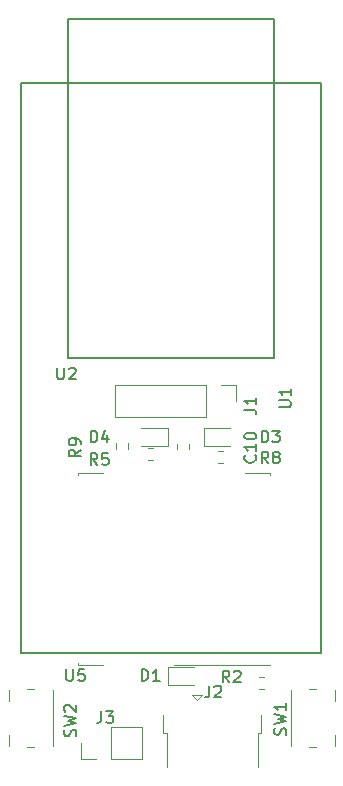
<source format=gto>
G04 #@! TF.GenerationSoftware,KiCad,Pcbnew,5.0.0-rc1-44a33f2~62~ubuntu16.04.1*
G04 #@! TF.CreationDate,2018-04-24T12:49:53+03:00*
G04 #@! TF.ProjectId,nrf52board,6E72663532626F6172642E6B69636164,rev?*
G04 #@! TF.SameCoordinates,Original*
G04 #@! TF.FileFunction,Legend,Top*
G04 #@! TF.FilePolarity,Positive*
%FSLAX46Y46*%
G04 Gerber Fmt 4.6, Leading zero omitted, Abs format (unit mm)*
G04 Created by KiCad (PCBNEW 5.0.0-rc1-44a33f2~62~ubuntu16.04.1) date Tue Apr 24 12:49:53 2018*
%MOMM*%
%LPD*%
G01*
G04 APERTURE LIST*
%ADD10C,0.150000*%
%ADD11C,0.120000*%
%ADD12C,0.100000*%
G04 APERTURE END LIST*
D10*
X58250000Y-53340000D02*
X83650000Y-53340000D01*
X83650000Y-53340000D02*
X83650000Y-101600000D01*
X83650000Y-101600000D02*
X58250000Y-101600000D01*
X58250000Y-101600000D02*
X58250000Y-53340000D01*
X62176000Y-76630000D02*
X62176000Y-47930000D01*
X79676000Y-76630000D02*
X62176000Y-76630000D01*
X79676000Y-47930000D02*
X79676000Y-76630000D01*
X62176000Y-47930000D02*
X79676000Y-47930000D01*
D11*
X71456000Y-84294000D02*
X71456000Y-83854000D01*
X72476000Y-84294000D02*
X72476000Y-83854000D01*
X72907000Y-102745000D02*
X70637000Y-102745000D01*
X70637000Y-102745000D02*
X70637000Y-104265000D01*
X70637000Y-104265000D02*
X72907000Y-104265000D01*
X73685000Y-84072000D02*
X75955000Y-84072000D01*
X73685000Y-82552000D02*
X73685000Y-84072000D01*
X75955000Y-82552000D02*
X73685000Y-82552000D01*
X66191000Y-78934000D02*
X66191000Y-81594000D01*
X73871000Y-78934000D02*
X66191000Y-78934000D01*
X73871000Y-81594000D02*
X66191000Y-81594000D01*
X73871000Y-78934000D02*
X73871000Y-81594000D01*
X75141000Y-78934000D02*
X76471000Y-78934000D01*
X76471000Y-78934000D02*
X76471000Y-80264000D01*
X70285000Y-108405000D02*
X70285000Y-106855000D01*
X70285000Y-108405000D02*
X70585000Y-108405000D01*
X70585000Y-111205000D02*
X70585000Y-108405000D01*
X78585000Y-108405000D02*
X78585000Y-106855000D01*
X78285000Y-108405000D02*
X78585000Y-108405000D01*
X78285000Y-111205000D02*
X78285000Y-108405000D01*
X73535000Y-105155000D02*
X73135000Y-105605000D01*
X72735000Y-105155000D02*
X73535000Y-105155000D01*
X73135000Y-105605000D02*
X72735000Y-105155000D01*
X68470000Y-110550000D02*
X68470000Y-107890000D01*
X65870000Y-110550000D02*
X68470000Y-110550000D01*
X65870000Y-107890000D02*
X68470000Y-107890000D01*
X65870000Y-110550000D02*
X65870000Y-107890000D01*
X64600000Y-110550000D02*
X63270000Y-110550000D01*
X63270000Y-110550000D02*
X63270000Y-109220000D01*
X78790000Y-104650000D02*
X78350000Y-104650000D01*
X78790000Y-103630000D02*
X78350000Y-103630000D01*
X68952000Y-85219000D02*
X69392000Y-85219000D01*
X68952000Y-84199000D02*
X69392000Y-84199000D01*
X75347000Y-85473000D02*
X74907000Y-85473000D01*
X75347000Y-84453000D02*
X74907000Y-84453000D01*
X84777000Y-109453000D02*
X84777000Y-108528000D01*
X81077000Y-109453000D02*
X81077000Y-104753000D01*
X82652000Y-104653000D02*
X83202000Y-104653000D01*
X82652000Y-109553000D02*
X83202000Y-109553000D01*
X84777000Y-105678000D02*
X84777000Y-104753000D01*
D12*
X79320000Y-102620000D02*
X71200000Y-102620000D01*
X65200000Y-86380000D02*
X63080000Y-86380000D01*
X63080000Y-86380000D02*
X63080000Y-86550000D01*
X79320000Y-86380000D02*
X77200000Y-86380000D01*
X79320000Y-86380000D02*
X79320000Y-86550000D01*
X65200000Y-102620000D02*
X63080000Y-102620000D01*
X63080000Y-102620000D02*
X63080000Y-102450000D01*
D11*
X68372000Y-84072000D02*
X70642000Y-84072000D01*
X70642000Y-84072000D02*
X70642000Y-82552000D01*
X70642000Y-82552000D02*
X68372000Y-82552000D01*
X67269000Y-83840000D02*
X67269000Y-84280000D01*
X66249000Y-83840000D02*
X66249000Y-84280000D01*
X57201000Y-104753000D02*
X57201000Y-105678000D01*
X60901000Y-104753000D02*
X60901000Y-109453000D01*
X59326000Y-109553000D02*
X58776000Y-109553000D01*
X59326000Y-104653000D02*
X58776000Y-104653000D01*
X57201000Y-108528000D02*
X57201000Y-109453000D01*
D10*
X80054380Y-80771904D02*
X80863904Y-80771904D01*
X80959142Y-80724285D01*
X81006761Y-80676666D01*
X81054380Y-80581428D01*
X81054380Y-80390952D01*
X81006761Y-80295714D01*
X80959142Y-80248095D01*
X80863904Y-80200476D01*
X80054380Y-80200476D01*
X81054380Y-79200476D02*
X81054380Y-79771904D01*
X81054380Y-79486190D02*
X80054380Y-79486190D01*
X80197238Y-79581428D01*
X80292476Y-79676666D01*
X80340095Y-79771904D01*
X61298095Y-77430380D02*
X61298095Y-78239904D01*
X61345714Y-78335142D01*
X61393333Y-78382761D01*
X61488571Y-78430380D01*
X61679047Y-78430380D01*
X61774285Y-78382761D01*
X61821904Y-78335142D01*
X61869523Y-78239904D01*
X61869523Y-77430380D01*
X62298095Y-77525619D02*
X62345714Y-77478000D01*
X62440952Y-77430380D01*
X62679047Y-77430380D01*
X62774285Y-77478000D01*
X62821904Y-77525619D01*
X62869523Y-77620857D01*
X62869523Y-77716095D01*
X62821904Y-77858952D01*
X62250476Y-78430380D01*
X62869523Y-78430380D01*
X78038142Y-84843857D02*
X78085761Y-84891476D01*
X78133380Y-85034333D01*
X78133380Y-85129571D01*
X78085761Y-85272428D01*
X77990523Y-85367666D01*
X77895285Y-85415285D01*
X77704809Y-85462904D01*
X77561952Y-85462904D01*
X77371476Y-85415285D01*
X77276238Y-85367666D01*
X77181000Y-85272428D01*
X77133380Y-85129571D01*
X77133380Y-85034333D01*
X77181000Y-84891476D01*
X77228619Y-84843857D01*
X78133380Y-83891476D02*
X78133380Y-84462904D01*
X78133380Y-84177190D02*
X77133380Y-84177190D01*
X77276238Y-84272428D01*
X77371476Y-84367666D01*
X77419095Y-84462904D01*
X77133380Y-83272428D02*
X77133380Y-83177190D01*
X77181000Y-83081952D01*
X77228619Y-83034333D01*
X77323857Y-82986714D01*
X77514333Y-82939095D01*
X77752428Y-82939095D01*
X77942904Y-82986714D01*
X78038142Y-83034333D01*
X78085761Y-83081952D01*
X78133380Y-83177190D01*
X78133380Y-83272428D01*
X78085761Y-83367666D01*
X78038142Y-83415285D01*
X77942904Y-83462904D01*
X77752428Y-83510523D01*
X77514333Y-83510523D01*
X77323857Y-83462904D01*
X77228619Y-83415285D01*
X77181000Y-83367666D01*
X77133380Y-83272428D01*
X68433904Y-103957380D02*
X68433904Y-102957380D01*
X68672000Y-102957380D01*
X68814857Y-103005000D01*
X68910095Y-103100238D01*
X68957714Y-103195476D01*
X69005333Y-103385952D01*
X69005333Y-103528809D01*
X68957714Y-103719285D01*
X68910095Y-103814523D01*
X68814857Y-103909761D01*
X68672000Y-103957380D01*
X68433904Y-103957380D01*
X69957714Y-103957380D02*
X69386285Y-103957380D01*
X69672000Y-103957380D02*
X69672000Y-102957380D01*
X69576761Y-103100238D01*
X69481523Y-103195476D01*
X69386285Y-103243095D01*
X78593904Y-83764380D02*
X78593904Y-82764380D01*
X78832000Y-82764380D01*
X78974857Y-82812000D01*
X79070095Y-82907238D01*
X79117714Y-83002476D01*
X79165333Y-83192952D01*
X79165333Y-83335809D01*
X79117714Y-83526285D01*
X79070095Y-83621523D01*
X78974857Y-83716761D01*
X78832000Y-83764380D01*
X78593904Y-83764380D01*
X79498666Y-82764380D02*
X80117714Y-82764380D01*
X79784380Y-83145333D01*
X79927238Y-83145333D01*
X80022476Y-83192952D01*
X80070095Y-83240571D01*
X80117714Y-83335809D01*
X80117714Y-83573904D01*
X80070095Y-83669142D01*
X80022476Y-83716761D01*
X79927238Y-83764380D01*
X79641523Y-83764380D01*
X79546285Y-83716761D01*
X79498666Y-83669142D01*
X77133380Y-80978333D02*
X77847666Y-80978333D01*
X77990523Y-81025952D01*
X78085761Y-81121190D01*
X78133380Y-81264047D01*
X78133380Y-81359285D01*
X78133380Y-79978333D02*
X78133380Y-80549761D01*
X78133380Y-80264047D02*
X77133380Y-80264047D01*
X77276238Y-80359285D01*
X77371476Y-80454523D01*
X77419095Y-80549761D01*
X74172666Y-104354380D02*
X74172666Y-105068666D01*
X74125047Y-105211523D01*
X74029809Y-105306761D01*
X73886952Y-105354380D01*
X73791714Y-105354380D01*
X74601238Y-104449619D02*
X74648857Y-104402000D01*
X74744095Y-104354380D01*
X74982190Y-104354380D01*
X75077428Y-104402000D01*
X75125047Y-104449619D01*
X75172666Y-104544857D01*
X75172666Y-104640095D01*
X75125047Y-104782952D01*
X74553619Y-105354380D01*
X75172666Y-105354380D01*
X65028666Y-106513380D02*
X65028666Y-107227666D01*
X64981047Y-107370523D01*
X64885809Y-107465761D01*
X64742952Y-107513380D01*
X64647714Y-107513380D01*
X65409619Y-106513380D02*
X66028666Y-106513380D01*
X65695333Y-106894333D01*
X65838190Y-106894333D01*
X65933428Y-106941952D01*
X65981047Y-106989571D01*
X66028666Y-107084809D01*
X66028666Y-107322904D01*
X65981047Y-107418142D01*
X65933428Y-107465761D01*
X65838190Y-107513380D01*
X65552476Y-107513380D01*
X65457238Y-107465761D01*
X65409619Y-107418142D01*
X75863333Y-104084380D02*
X75530000Y-103608190D01*
X75291904Y-104084380D02*
X75291904Y-103084380D01*
X75672857Y-103084380D01*
X75768095Y-103132000D01*
X75815714Y-103179619D01*
X75863333Y-103274857D01*
X75863333Y-103417714D01*
X75815714Y-103512952D01*
X75768095Y-103560571D01*
X75672857Y-103608190D01*
X75291904Y-103608190D01*
X76244285Y-103179619D02*
X76291904Y-103132000D01*
X76387142Y-103084380D01*
X76625238Y-103084380D01*
X76720476Y-103132000D01*
X76768095Y-103179619D01*
X76815714Y-103274857D01*
X76815714Y-103370095D01*
X76768095Y-103512952D01*
X76196666Y-104084380D01*
X76815714Y-104084380D01*
X64687333Y-85669380D02*
X64354000Y-85193190D01*
X64115904Y-85669380D02*
X64115904Y-84669380D01*
X64496857Y-84669380D01*
X64592095Y-84717000D01*
X64639714Y-84764619D01*
X64687333Y-84859857D01*
X64687333Y-85002714D01*
X64639714Y-85097952D01*
X64592095Y-85145571D01*
X64496857Y-85193190D01*
X64115904Y-85193190D01*
X65592095Y-84669380D02*
X65115904Y-84669380D01*
X65068285Y-85145571D01*
X65115904Y-85097952D01*
X65211142Y-85050333D01*
X65449238Y-85050333D01*
X65544476Y-85097952D01*
X65592095Y-85145571D01*
X65639714Y-85240809D01*
X65639714Y-85478904D01*
X65592095Y-85574142D01*
X65544476Y-85621761D01*
X65449238Y-85669380D01*
X65211142Y-85669380D01*
X65115904Y-85621761D01*
X65068285Y-85574142D01*
X79165333Y-85542380D02*
X78832000Y-85066190D01*
X78593904Y-85542380D02*
X78593904Y-84542380D01*
X78974857Y-84542380D01*
X79070095Y-84590000D01*
X79117714Y-84637619D01*
X79165333Y-84732857D01*
X79165333Y-84875714D01*
X79117714Y-84970952D01*
X79070095Y-85018571D01*
X78974857Y-85066190D01*
X78593904Y-85066190D01*
X79736761Y-84970952D02*
X79641523Y-84923333D01*
X79593904Y-84875714D01*
X79546285Y-84780476D01*
X79546285Y-84732857D01*
X79593904Y-84637619D01*
X79641523Y-84590000D01*
X79736761Y-84542380D01*
X79927238Y-84542380D01*
X80022476Y-84590000D01*
X80070095Y-84637619D01*
X80117714Y-84732857D01*
X80117714Y-84780476D01*
X80070095Y-84875714D01*
X80022476Y-84923333D01*
X79927238Y-84970952D01*
X79736761Y-84970952D01*
X79641523Y-85018571D01*
X79593904Y-85066190D01*
X79546285Y-85161428D01*
X79546285Y-85351904D01*
X79593904Y-85447142D01*
X79641523Y-85494761D01*
X79736761Y-85542380D01*
X79927238Y-85542380D01*
X80022476Y-85494761D01*
X80070095Y-85447142D01*
X80117714Y-85351904D01*
X80117714Y-85161428D01*
X80070095Y-85066190D01*
X80022476Y-85018571D01*
X79927238Y-84970952D01*
X80625761Y-108521333D02*
X80673380Y-108378476D01*
X80673380Y-108140380D01*
X80625761Y-108045142D01*
X80578142Y-107997523D01*
X80482904Y-107949904D01*
X80387666Y-107949904D01*
X80292428Y-107997523D01*
X80244809Y-108045142D01*
X80197190Y-108140380D01*
X80149571Y-108330857D01*
X80101952Y-108426095D01*
X80054333Y-108473714D01*
X79959095Y-108521333D01*
X79863857Y-108521333D01*
X79768619Y-108473714D01*
X79721000Y-108426095D01*
X79673380Y-108330857D01*
X79673380Y-108092761D01*
X79721000Y-107949904D01*
X79673380Y-107616571D02*
X80673380Y-107378476D01*
X79959095Y-107188000D01*
X80673380Y-106997523D01*
X79673380Y-106759428D01*
X80673380Y-105854666D02*
X80673380Y-106426095D01*
X80673380Y-106140380D02*
X79673380Y-106140380D01*
X79816238Y-106235619D01*
X79911476Y-106330857D01*
X79959095Y-106426095D01*
X62060095Y-102957380D02*
X62060095Y-103766904D01*
X62107714Y-103862142D01*
X62155333Y-103909761D01*
X62250571Y-103957380D01*
X62441047Y-103957380D01*
X62536285Y-103909761D01*
X62583904Y-103862142D01*
X62631523Y-103766904D01*
X62631523Y-102957380D01*
X63583904Y-102957380D02*
X63107714Y-102957380D01*
X63060095Y-103433571D01*
X63107714Y-103385952D01*
X63202952Y-103338333D01*
X63441047Y-103338333D01*
X63536285Y-103385952D01*
X63583904Y-103433571D01*
X63631523Y-103528809D01*
X63631523Y-103766904D01*
X63583904Y-103862142D01*
X63536285Y-103909761D01*
X63441047Y-103957380D01*
X63202952Y-103957380D01*
X63107714Y-103909761D01*
X63060095Y-103862142D01*
X64115904Y-83764380D02*
X64115904Y-82764380D01*
X64354000Y-82764380D01*
X64496857Y-82812000D01*
X64592095Y-82907238D01*
X64639714Y-83002476D01*
X64687333Y-83192952D01*
X64687333Y-83335809D01*
X64639714Y-83526285D01*
X64592095Y-83621523D01*
X64496857Y-83716761D01*
X64354000Y-83764380D01*
X64115904Y-83764380D01*
X65544476Y-83097714D02*
X65544476Y-83764380D01*
X65306380Y-82716761D02*
X65068285Y-83431047D01*
X65687333Y-83431047D01*
X63274380Y-84367666D02*
X62798190Y-84701000D01*
X63274380Y-84939095D02*
X62274380Y-84939095D01*
X62274380Y-84558142D01*
X62322000Y-84462904D01*
X62369619Y-84415285D01*
X62464857Y-84367666D01*
X62607714Y-84367666D01*
X62702952Y-84415285D01*
X62750571Y-84462904D01*
X62798190Y-84558142D01*
X62798190Y-84939095D01*
X63274380Y-83891476D02*
X63274380Y-83701000D01*
X63226761Y-83605761D01*
X63179142Y-83558142D01*
X63036285Y-83462904D01*
X62845809Y-83415285D01*
X62464857Y-83415285D01*
X62369619Y-83462904D01*
X62322000Y-83510523D01*
X62274380Y-83605761D01*
X62274380Y-83796238D01*
X62322000Y-83891476D01*
X62369619Y-83939095D01*
X62464857Y-83986714D01*
X62702952Y-83986714D01*
X62798190Y-83939095D01*
X62845809Y-83891476D01*
X62893428Y-83796238D01*
X62893428Y-83605761D01*
X62845809Y-83510523D01*
X62798190Y-83462904D01*
X62702952Y-83415285D01*
X62845761Y-108648333D02*
X62893380Y-108505476D01*
X62893380Y-108267380D01*
X62845761Y-108172142D01*
X62798142Y-108124523D01*
X62702904Y-108076904D01*
X62607666Y-108076904D01*
X62512428Y-108124523D01*
X62464809Y-108172142D01*
X62417190Y-108267380D01*
X62369571Y-108457857D01*
X62321952Y-108553095D01*
X62274333Y-108600714D01*
X62179095Y-108648333D01*
X62083857Y-108648333D01*
X61988619Y-108600714D01*
X61941000Y-108553095D01*
X61893380Y-108457857D01*
X61893380Y-108219761D01*
X61941000Y-108076904D01*
X61893380Y-107743571D02*
X62893380Y-107505476D01*
X62179095Y-107315000D01*
X62893380Y-107124523D01*
X61893380Y-106886428D01*
X61988619Y-106553095D02*
X61941000Y-106505476D01*
X61893380Y-106410238D01*
X61893380Y-106172142D01*
X61941000Y-106076904D01*
X61988619Y-106029285D01*
X62083857Y-105981666D01*
X62179095Y-105981666D01*
X62321952Y-106029285D01*
X62893380Y-106600714D01*
X62893380Y-105981666D01*
M02*

</source>
